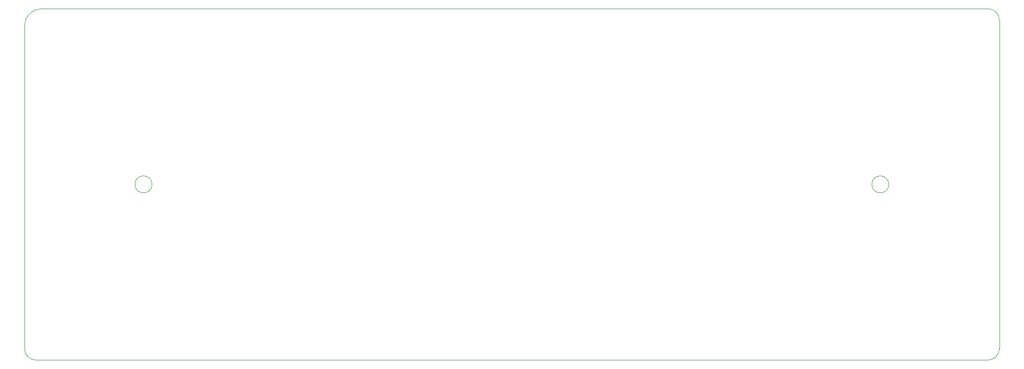
<source format=gbr>
%TF.GenerationSoftware,KiCad,Pcbnew,7.0.9-7.0.9~ubuntu22.04.1*%
%TF.CreationDate,2023-12-05T21:50:24+01:00*%
%TF.ProjectId,Chytry_sklep,43687974-7279-45f7-936b-6c65702e6b69,rev?*%
%TF.SameCoordinates,Original*%
%TF.FileFunction,Profile,NP*%
%FSLAX46Y46*%
G04 Gerber Fmt 4.6, Leading zero omitted, Abs format (unit mm)*
G04 Created by KiCad (PCBNEW 7.0.9-7.0.9~ubuntu22.04.1) date 2023-12-05 21:50:24*
%MOMM*%
%LPD*%
G01*
G04 APERTURE LIST*
%TA.AperFunction,Profile*%
%ADD10C,0.050000*%
%TD*%
G04 APERTURE END LIST*
D10*
X235000000Y-131000000D02*
X67000000Y-131000000D01*
X65000000Y-129000000D02*
X65000000Y-72000000D01*
X68000000Y-69000000D02*
G75*
G03*
X65000000Y-72000000I0J-3000000D01*
G01*
X87500000Y-100000000D02*
G75*
G03*
X87500000Y-100000000I-1500000J0D01*
G01*
X217500000Y-100000000D02*
G75*
G03*
X217500000Y-100000000I-1500000J0D01*
G01*
X237000000Y-71000000D02*
G75*
G03*
X235000000Y-69000000I-2000000J0D01*
G01*
X237000000Y-129000000D02*
X237000000Y-71000000D01*
X68000000Y-69000000D02*
X235000000Y-69000000D01*
X65000000Y-129000000D02*
G75*
G03*
X67000000Y-131000000I2000000J0D01*
G01*
X235000000Y-131000000D02*
G75*
G03*
X237000000Y-129000000I0J2000000D01*
G01*
M02*

</source>
